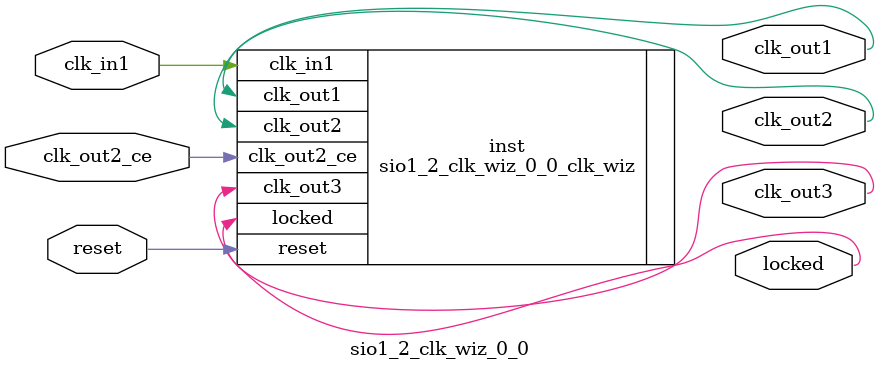
<source format=v>


`timescale 1ps/1ps

(* CORE_GENERATION_INFO = "sio1_2_clk_wiz_0_0,clk_wiz_v6_0_1_0_0,{component_name=sio1_2_clk_wiz_0_0,use_phase_alignment=true,use_min_o_jitter=false,use_max_i_jitter=false,use_dyn_phase_shift=false,use_inclk_switchover=false,use_dyn_reconfig=false,enable_axi=0,feedback_source=FDBK_AUTO,PRIMITIVE=PLL,num_out_clk=3,clkin1_period=10.000,clkin2_period=10.000,use_power_down=false,use_reset=true,use_locked=true,use_inclk_stopped=false,feedback_type=SINGLE,CLOCK_MGR_TYPE=NA,manual_override=false}" *)

module sio1_2_clk_wiz_0_0 
 (
  // Clock out ports
  output        clk_out1,
  input         clk_out2_ce,
  output        clk_out2,
  output        clk_out3,
  // Status and control signals
  input         reset,
  output        locked,
 // Clock in ports
  input         clk_in1
 );

  sio1_2_clk_wiz_0_0_clk_wiz inst
  (
  // Clock out ports  
  .clk_out1(clk_out1),
  .clk_out2_ce(clk_out2_ce),
  .clk_out2(clk_out2),
  .clk_out3(clk_out3),
  // Status and control signals               
  .reset(reset), 
  .locked(locked),
 // Clock in ports
  .clk_in1(clk_in1)
  );

endmodule

</source>
